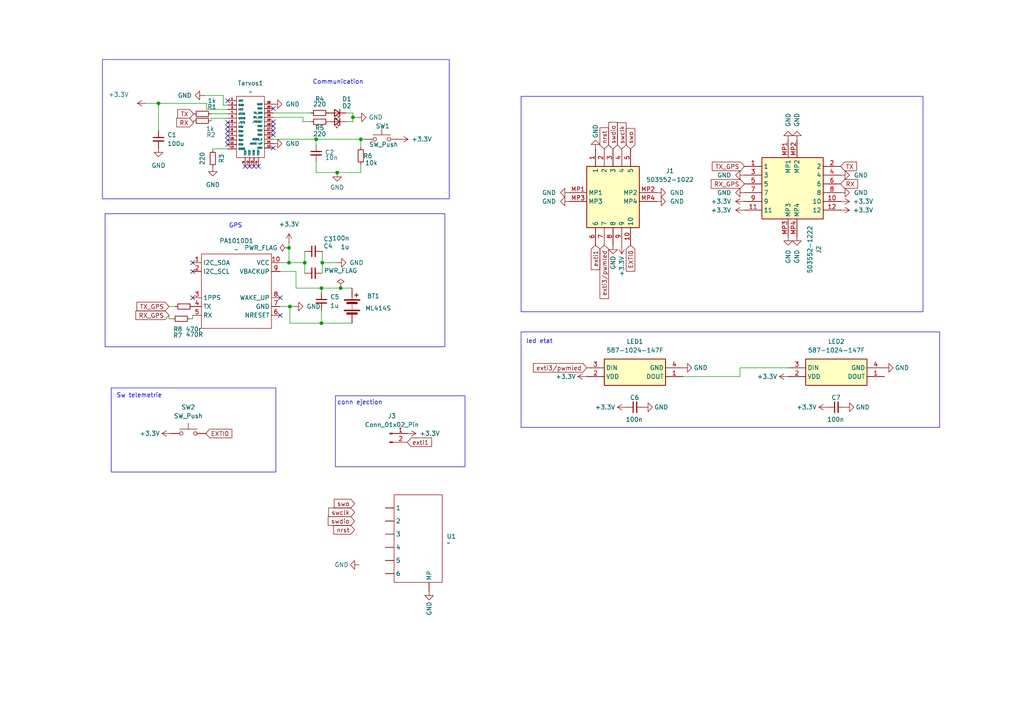
<source format=kicad_sch>
(kicad_sch (version 20231120) (generator "eeschema") (generator_version "8.0")
  (paper "A4")
  (lib_symbols
    (symbol "5035521022:503552-1022"
      (property "Reference" "J" (at 21.59 12.7 0))
      (property "Value" "503552-1022" (at 21.59 10.16 0))
      (symbol "503552-1022_1_1"
        (rectangle (start 5.08 7.62) (end 20.32 -10.16) (stroke (width 0.254)) (fill (type background)))
        (pin passive line (at 7.62 12.7 270) (length 5.08) (name "1") (number "1"))
        (pin passive line (at 17.78 -15.24 90) (length 5.08) (name "10") (number "10"))
        (pin passive line (at 10.16 12.7 270) (length 5.08) (name "2") (number "2"))
        (pin passive line (at 12.7 12.7 270) (length 5.08) (name "3") (number "3"))
        (pin passive line (at 15.24 12.7 270) (length 5.08) (name "4") (number "4"))
        (pin passive line (at 17.78 12.7 270) (length 5.08) (name "5") (number "5"))
        (pin passive line (at 7.62 -15.24 90) (length 5.08) (name "6") (number "6"))
        (pin passive line (at 10.16 -15.24 90) (length 5.08) (name "7") (number "7"))
        (pin passive line (at 12.7 -15.24 90) (length 5.08) (name "8") (number "8"))
        (pin passive line (at 15.24 -15.24 90) (length 5.08) (name "9") (number "9"))
        (pin passive line (at 0 0 0) (length 5.08) (name "MP1") (number "MP1"))
        (pin passive line (at 25.4 0 180) (length 5.08) (name "MP2") (number "MP2"))
        (pin passive line (at 0 -2.54 0) (length 5.08) (name "MP3") (number "MP3"))
        (pin passive line (at 25.4 -2.54 180) (length 5.08) (name "MP4") (number "MP4"))
      )
    )
    (symbol "5035521222:503552-1222"
      (property "Reference" "J" (at 24.13 12.7 0))
      (property "Value" "503552-1222" (at 24.13 10.16 0))
      (symbol "503552-1222_1_1"
        (rectangle (start 5.08 7.62) (end 22.86 -10.16) (stroke (width 0.254)) (fill (type background)))
        (pin passive line (at 7.62 -15.24 90) (length 5.08) (name "1") (number "1"))
        (pin passive line (at 17.78 12.7 270) (length 5.08) (name "10") (number "10"))
        (pin passive line (at 20.32 -15.24 90) (length 5.08) (name "11") (number "11"))
        (pin passive line (at 20.32 12.7 270) (length 5.08) (name "12") (number "12"))
        (pin passive line (at 7.62 12.7 270) (length 5.08) (name "2") (number "2"))
        (pin passive line (at 10.16 -15.24 90) (length 5.08) (name "3") (number "3"))
        (pin passive line (at 10.16 12.7 270) (length 5.08) (name "4") (number "4"))
        (pin passive line (at 12.7 -15.24 90) (length 5.08) (name "5") (number "5"))
        (pin passive line (at 12.7 12.7 270) (length 5.08) (name "6") (number "6"))
        (pin passive line (at 15.24 -15.24 90) (length 5.08) (name "7") (number "7"))
        (pin passive line (at 15.24 12.7 270) (length 5.08) (name "8") (number "8"))
        (pin passive line (at 17.78 -15.24 90) (length 5.08) (name "9") (number "9"))
        (pin passive line (at 0 -2.54 0) (length 5.08) (name "MP1") (number "MP1"))
        (pin passive line (at 0 0 0) (length 5.08) (name "MP2") (number "MP2"))
        (pin passive line (at 27.94 -2.54 180) (length 5.08) (name "MP3") (number "MP3"))
        (pin passive line (at 27.94 0 180) (length 5.08) (name "MP4") (number "MP4"))
      )
    )
    (symbol "Connector:Conn_01x02_Pin" (pin_names (offset 1.016) hide)
      (property "Reference" "J" (at 0 2.54 0))
      (property "Value" "Conn_01x02_Pin" (at 0 -5.08 0))
      (symbol "Conn_01x02_Pin_1_1"
        (polyline (pts (xy 1.27 -2.54) (xy 0.8636 -2.54)) (stroke (width 0.1524)))
        (polyline (pts (xy 1.27 0) (xy 0.8636 0)) (stroke (width 0.1524)))
        (rectangle (start 0.8636 -2.413) (end 0 -2.667) (stroke (width 0.1524)) (fill (type outline)))
        (rectangle (start 0.8636 0.127) (end 0 -0.127) (stroke (width 0.1524)) (fill (type outline)))
        (pin passive line (at 5.08 0 180) (length 3.81) (name "Pin_1") (number "1"))
        (pin passive line (at 5.08 -2.54 180) (length 3.81) (name "Pin_2") (number "2"))
      )
    )
    (symbol "Device:Battery" (pin_numbers hide) (pin_names (offset 0) hide)
      (property "Reference" "BT" (at 2.54 2.54 0))
      (property "Value" "Battery" (at 2.54 0 0))
      (symbol "Battery_0_1"
        (rectangle (start -2.286 -1.27) (end 2.286 -1.524) (fill (type outline)))
        (rectangle (start -2.286 1.778) (end 2.286 1.524) (fill (type outline)))
        (rectangle (start -1.524 -2.032) (end 1.524 -2.54) (fill (type outline)))
        (rectangle (start -1.524 1.016) (end 1.524 0.508) (fill (type outline)))
        (polyline (pts (xy 0 -1.016) (xy 0 -0.762)))
        (polyline (pts (xy 0 -0.508) (xy 0 -0.254)))
        (polyline (pts (xy 0 0) (xy 0 0.254)))
        (polyline (pts (xy 0 1.778) (xy 0 2.54)))
        (polyline (pts (xy 0.762 3.048) (xy 1.778 3.048)) (stroke (width 0.254)))
        (polyline (pts (xy 1.27 3.556) (xy 1.27 2.54)) (stroke (width 0.254)))
      )
      (symbol "Battery_1_1"
        (pin passive line (at 0 5.08 270) (length 2.54) (name "+") (number "1"))
        (pin passive line (at 0 -5.08 90) (length 2.54) (name "-") (number "2"))
      )
    )
    (symbol "Device:C_Small" (pin_numbers hide) (pin_names (offset 0.254) hide)
      (property "Reference" "C" (at 0.254 1.778 0))
      (property "Value" "C_Small" (at 0.254 -2.032 0))
      (symbol "C_Small_0_1"
        (polyline (pts (xy -1.524 -0.508) (xy 1.524 -0.508)) (stroke (width 0.3302)))
        (polyline (pts (xy -1.524 0.508) (xy 1.524 0.508)) (stroke (width 0.3048)))
      )
      (symbol "C_Small_1_1"
        (pin passive line (at 0 2.54 270) (length 2.032) (name "~") (number "1"))
        (pin passive line (at 0 -2.54 90) (length 2.032) (name "~") (number "2"))
      )
    )
    (symbol "Device:LED_Small" (pin_numbers hide) (pin_names (offset 0.254) hide)
      (property "Reference" "D" (at -1.27 3.175 0))
      (property "Value" "LED_Small" (at -4.445 -2.54 0))
      (symbol "LED_Small_0_1"
        (polyline (pts (xy -0.762 -1.016) (xy -0.762 1.016)) (stroke (width 0.254)))
        (polyline (pts (xy 1.016 0) (xy -0.762 0)))
        (polyline (pts (xy 0.762 -1.016) (xy -0.762 0) (xy 0.762 1.016) (xy 0.762 -1.016)) (stroke (width 0.254)))
        (polyline (pts (xy 0 0.762) (xy -0.508 1.27) (xy -0.254 1.27) (xy -0.508 1.27) (xy -0.508 1.016)))
        (polyline (pts (xy 0.508 1.27) (xy 0 1.778) (xy 0.254 1.778) (xy 0 1.778) (xy 0 1.524)))
      )
      (symbol "LED_Small_1_1"
        (pin passive line (at -2.54 0 0) (length 1.778) (name "K") (number "1"))
        (pin passive line (at 2.54 0 180) (length 1.778) (name "A") (number "2"))
      )
    )
    (symbol "Device:R_Small" (pin_numbers hide) (pin_names (offset 0.254) hide)
      (property "Reference" "R" (at 0.762 0.508 0))
      (property "Value" "R_Small" (at 0.762 -1.016 0))
      (symbol "R_Small_0_1"
        (rectangle (start -0.762 1.778) (end 0.762 -1.778) (stroke (width 0.2032)))
      )
      (symbol "R_Small_1_1"
        (pin passive line (at 0 2.54 270) (length 0.762) (name "~") (number "1"))
        (pin passive line (at 0 -2.54 90) (length 0.762) (name "~") (number "2"))
      )
    )
    (symbol "PA1010D:PA1010D"
      (property "Reference" "PA1010D" (at 0 3.048 0))
      (symbol "PA1010D_0_1"
        (rectangle (start -8.89 0) (end 11.43 -21.59))
      )
      (symbol "PA1010D_1_1"
        (pin input line (at -11.43 -2.54 0) (length 2.54) (name "I2C_SDA") (number "1"))
        (pin power_in line (at 13.97 -2.54 180) (length 2.54) (name "VCC") (number "10"))
        (pin input line (at -11.43 -5.08 0) (length 2.54) (name "I2C_SCL") (number "2"))
        (pin input line (at -11.43 -12.7 0) (length 2.54) (name "1PPS") (number "3"))
        (pin output line (at -11.43 -15.24 0) (length 2.54) (name "TX") (number "4"))
        (pin input line (at -11.43 -17.78 0) (length 2.54) (name "RX") (number "5"))
        (pin input line (at 13.97 -17.78 180) (length 2.54) (name "NRESET") (number "6"))
        (pin power_in line (at 13.97 -15.24 180) (length 2.54) (name "GND") (number "7"))
        (pin input line (at 13.97 -12.7 180) (length 2.54) (name "WAKE_UP") (number "8"))
        (pin power_in line (at 13.97 -5.08 180) (length 2.54) (name "VBACKUP") (number "9"))
      )
    )
    (symbol "Switch:SW_Push" (pin_numbers hide) (pin_names (offset 1.016) hide)
      (property "Reference" "SW" (at 1.27 2.54 0))
      (property "Value" "SW_Push" (at 0 -1.524 0))
      (symbol "SW_Push_0_1"
        (circle (center -2.032 0) (radius 0.508))
        (polyline (pts (xy 0 1.27) (xy 0 3.048)))
        (polyline (pts (xy 2.54 1.27) (xy -2.54 1.27)))
        (circle (center 2.032 0) (radius 0.508))
        (pin passive line (at -5.08 0 0) (length 2.54) (name "1") (number "1"))
        (pin passive line (at 5.08 0 180) (length 2.54) (name "2") (number "2"))
      )
    )
    (symbol "Tarvos III:Tarvos"
      (property "Reference" "Tarvos" (at 0 0 0))
      (symbol "Tarvos_0_1"
        (rectangle (start -3.81 -1.27) (end 4.318 -19.05))
      )
      (symbol "Tarvos_1_1"
        (pin input line (at -6.35 -2.54 0) (length 2.54) (name "ANT") (number "1"))
        (pin input line (at -6.35 -13.97 0) (length 2.54) (name "RSV") (number "10"))
        (pin input line (at -6.35 -15.24 0) (length 2.54) (name "RSV") (number "11"))
        (pin input line (at -6.35 -16.51 0) (length 2.54) (name "BOOT") (number "12"))
        (pin input line (at 6.858 -16.256 180) (length 2.54) (name "RSV") (number "13"))
        (pin input line (at 6.858 -14.986 180) (length 2.54) (name "WAKE-UP") (number "14"))
        (pin input line (at 6.858 -13.716 180) (length 2.54) (name "MODE_1") (number "15"))
        (pin input line (at 6.858 -12.446 180) (length 2.54) (name "RSV") (number "16"))
        (pin input line (at 6.858 -11.176 180) (length 2.54) (name "RSV") (number "17"))
        (pin input line (at 6.858 -9.906 180) (length 2.54) (name "RSV") (number "18"))
        (pin input line (at 6.858 -8.636 180) (length 2.54) (name "/RESET") (number "19"))
        (pin input line (at -6.35 -3.81 0) (length 2.54) (name "GND") (number "2"))
        (pin input line (at 6.858 -7.366 180) (length 2.54) (name "RX_IND") (number "20"))
        (pin input line (at 6.858 -6.096 180) (length 2.54) (name "TX_IND") (number "21"))
        (pin input line (at 6.858 -4.826 180) (length 2.54) (name "RSV") (number "22"))
        (pin input line (at 6.858 -3.556 180) (length 2.54) (name "GND") (number "23"))
        (pin input line (at -6.35 -5.08 0) (length 2.54) (name "VCC") (number "3"))
        (pin input line (at -6.35 -6.35 0) (length 2.54) (name "UTXD") (number "4"))
        (pin input line (at -6.35 -7.62 0) (length 2.54) (name "URXD") (number "5"))
        (pin input line (at -6.35 -8.89 0) (length 2.54) (name "/RTS") (number "6"))
        (pin input line (at -6.35 -10.16 0) (length 2.54) (name "RSV") (number "7"))
        (pin input line (at -6.35 -11.43 0) (length 2.54) (name "RSV") (number "8"))
        (pin input line (at -6.35 -12.7 0) (length 2.54) (name "RSV") (number "9"))
        (pin input line (at -1.27 -21.59 90) (length 2.54) (name "TEST") (number "i1"))
        (pin input line (at 0 -21.59 90) (length 2.54) (name "TEST") (number "i2"))
        (pin input line (at 1.27 -21.59 90) (length 2.54) (name "TEST") (number "i3"))
        (pin input line (at 2.54 -21.59 90) (length 2.54) (name "TEST") (number "i4"))
      )
    )
    (symbol "jst_sh_symboles:jst_sh_6pin"
      (property "Reference" "U" (at 0 0 0))
      (symbol "jst_sh_6pin_0_1"
        (rectangle (start -8.89 13.97) (end 5.08 -11.43))
      )
      (symbol "jst_sh_6pin_1_1"
        (pin bidirectional line (at -11.43 10.16 0) (length 2.54) (name "1") (number ""))
        (pin bidirectional line (at -11.43 6.35 0) (length 2.54) (name "2") (number ""))
        (pin bidirectional line (at -11.43 2.54 0) (length 2.54) (name "3") (number ""))
        (pin bidirectional line (at -11.43 -1.27 0) (length 2.54) (name "4") (number ""))
        (pin bidirectional line (at -11.43 -5.08 0) (length 2.54) (name "5") (number ""))
        (pin bidirectional line (at -11.43 -8.89 0) (length 2.54) (name "6") (number ""))
        (pin bidirectional line (at 1.27 -13.97 90) (length 2.54) (name "MP") (number ""))
      )
    )
    (symbol "led adressable:587-1024-147F"
      (property "Reference" "LED" (at 24.13 7.62 0))
      (property "Value" "587-1024-147F" (at 24.13 5.08 0))
      (symbol "587-1024-147F_1_1"
        (rectangle (start 5.08 2.54) (end 22.86 -5.08) (stroke (width 0.254)) (fill (type background)))
        (pin passive line (at 27.94 -2.54 180) (length 5.08) (name "DOUT") (number "1"))
        (pin passive line (at 0 -2.54 0) (length 5.08) (name "VDD") (number "2"))
        (pin passive line (at 0 0 0) (length 5.08) (name "DIN") (number "3"))
        (pin passive line (at 27.94 0 180) (length 5.08) (name "GND") (number "4"))
      )
    )
    (symbol "power:+3.3V" (power) (pin_numbers hide) (pin_names (offset 0) hide)
      (property "Value" "+3.3V" (at 0 3.556 0))
      (symbol "+3.3V_0_1"
        (polyline (pts (xy -0.762 1.27) (xy 0 2.54)))
        (polyline (pts (xy 0 0) (xy 0 2.54)))
        (polyline (pts (xy 0 2.54) (xy 0.762 1.27)))
      )
      (symbol "+3.3V_1_1"
        (pin power_in line (at 0 0 90) (length 0) (name "~") (number "1"))
      )
    )
    (symbol "power:GND" (power) (pin_numbers hide) (pin_names (offset 0) hide)
      (property "Value" "GND" (at 0 -3.81 0))
      (symbol "GND_0_1"
        (polyline (pts (xy 0 0) (xy 0 -1.27) (xy 1.27 -1.27) (xy 0 -2.54) (xy -1.27 -1.27) (xy 0 -1.27)))
      )
      (symbol "GND_1_1"
        (pin power_in line (at 0 0 270) (length 0) (name "~") (number "1"))
      )
    )
    (symbol "power:PWR_FLAG" (power) (pin_numbers hide) (pin_names (offset 0) hide)
      (property "Value" "PWR_FLAG" (at 0 3.81 0))
      (symbol "PWR_FLAG_0_0"
        (pin power_out line (at 0 0 90) (length 0) (name "~") (number "1"))
      )
      (symbol "PWR_FLAG_0_1"
        (polyline (pts (xy 0 0) (xy 0 1.27) (xy -1.016 1.905) (xy 0 2.54) (xy 1.016 1.905) (xy 0 1.27)))
      )
    )
  )
  (junction (at 88.392 76.2))
  (junction (at 97.79 50.038))
  (junction (at 45.974 29.972))
  (junction (at 83.82 71.882))
  (junction (at 84.074 88.9))
  (junction (at 102.362 34.036))
  (junction (at 93.218 93.726))
  (junction (at 83.82 76.2))
  (junction (at 98.806 83.566))
  (junction (at 104.648 40.386))
  (junction (at 93.218 83.566))
  (junction (at 91.694 40.386))
  (junction (at 93.472 76.2))
  (no_connect (at 66.04 29.21))
  (no_connect (at 79.248 31.496))
  (no_connect (at 66.04 39.37))
  (no_connect (at 66.04 40.64))
  (no_connect (at 55.88 86.36))
  (no_connect (at 55.88 78.74))
  (no_connect (at 55.88 76.2))
  (no_connect (at 73.66 48.26))
  (no_connect (at 79.248 36.576))
  (no_connect (at 81.28 91.44))
  (no_connect (at 66.04 36.83))
  (no_connect (at 72.39 48.26))
  (no_connect (at 79.248 42.926))
  (no_connect (at 71.12 48.26))
  (no_connect (at 79.248 37.846))
  (no_connect (at 79.248 35.306))
  (no_connect (at 66.04 38.1))
  (no_connect (at 81.28 86.36))
  (no_connect (at 66.04 35.56))
  (no_connect (at 74.93 48.26))
  (no_connect (at 79.248 39.116))
  (no_connect (at 66.04 41.91))
  (wire (pts (xy 84.074 88.9) (xy 81.28 88.9)))
  (wire (pts (xy 85.344 88.9) (xy 84.074 88.9)))
  (wire (pts (xy 45.974 29.972) (xy 45.974 37.846)))
  (wire (pts (xy 88.392 72.898) (xy 88.392 76.2)))
  (wire (pts (xy 84.074 93.726) (xy 93.218 93.726)))
  (wire (pts (xy 93.472 72.898) (xy 93.472 76.2)))
  (wire (pts (xy 91.694 50.038) (xy 97.79 50.038)))
  (wire (pts (xy 104.648 40.386) (xy 104.648 42.672)))
  (wire (pts (xy 198.12 109.22) (xy 214.63 109.22)))
  (wire (pts (xy 61.722 43.18) (xy 61.722 43.434)))
  (wire (pts (xy 100.33 32.766) (xy 102.362 32.766)))
  (wire (pts (xy 59.944 29.972) (xy 59.944 31.75)))
  (wire (pts (xy 81.28 78.74) (xy 85.852 78.74)))
  (wire (pts (xy 103.632 34.036) (xy 102.362 34.036)))
  (wire (pts (xy 93.218 93.726) (xy 93.218 89.916)))
  (wire (pts (xy 93.218 83.566) (xy 98.806 83.566)))
  (wire (pts (xy 49.022 92.456) (xy 49.022 91.44)))
  (wire (pts (xy 64.77 27.686) (xy 64.77 30.48)))
  (wire (pts (xy 59.182 27.686) (xy 64.77 27.686)))
  (wire (pts (xy 102.362 32.766) (xy 102.362 34.036)))
  (wire (pts (xy 87.884 35.306) (xy 87.884 34.036)))
  (wire (pts (xy 64.77 30.48) (xy 66.04 30.48)))
  (wire (pts (xy 93.472 76.2) (xy 93.472 79.248)))
  (wire (pts (xy 97.79 50.038) (xy 104.648 50.038)))
  (wire (pts (xy 81.28 76.2) (xy 83.82 76.2)))
  (wire (pts (xy 91.694 40.386) (xy 104.648 40.386)))
  (wire (pts (xy 66.04 43.18) (xy 61.722 43.18)))
  (wire (pts (xy 104.648 50.038) (xy 104.648 47.752)))
  (wire (pts (xy 98.806 83.566) (xy 102.108 83.566)))
  (wire (pts (xy 88.392 76.2) (xy 88.392 79.248)))
  (wire (pts (xy 90.17 32.766) (xy 79.248 32.766)))
  (wire (pts (xy 85.852 78.74) (xy 85.852 83.566)))
  (wire (pts (xy 84.074 88.9) (xy 84.074 93.726)))
  (wire (pts (xy 83.82 70.358) (xy 83.82 71.882)))
  (wire (pts (xy 56.134 35.56) (xy 56.134 35.052)))
  (wire (pts (xy 50.038 92.456) (xy 49.022 92.456)))
  (wire (pts (xy 214.63 106.68) (xy 228.6 106.68)))
  (wire (pts (xy 85.852 83.566) (xy 93.218 83.566)))
  (wire (pts (xy 102.362 34.036) (xy 102.362 35.306)))
  (wire (pts (xy 55.88 92.456) (xy 55.88 91.44)))
  (wire (pts (xy 45.974 29.972) (xy 59.944 29.972)))
  (wire (pts (xy 91.694 40.386) (xy 91.694 41.91)))
  (wire (pts (xy 104.648 40.386) (xy 105.664 40.386)))
  (wire (pts (xy 100.33 35.306) (xy 102.362 35.306)))
  (wire (pts (xy 90.17 35.306) (xy 87.884 35.306)))
  (wire (pts (xy 214.63 109.22) (xy 214.63 106.68)))
  (wire (pts (xy 55.118 92.456) (xy 55.88 92.456)))
  (wire (pts (xy 49.022 88.9) (xy 50.8 88.9)))
  (wire (pts (xy 93.218 83.566) (xy 93.218 84.836)))
  (wire (pts (xy 42.418 29.972) (xy 45.974 29.972)))
  (wire (pts (xy 93.472 76.2) (xy 97.79 76.2)))
  (wire (pts (xy 61.214 34.29) (xy 61.214 35.052)))
  (wire (pts (xy 91.694 46.99) (xy 91.694 50.038)))
  (wire (pts (xy 83.82 76.2) (xy 88.392 76.2)))
  (wire (pts (xy 93.218 93.726) (xy 102.108 93.726)))
  (wire (pts (xy 83.82 71.882) (xy 83.82 76.2)))
  (wire (pts (xy 61.214 33.02) (xy 66.04 33.02)))
  (wire (pts (xy 59.944 31.75) (xy 66.04 31.75)))
  (wire (pts (xy 66.04 34.29) (xy 61.214 34.29)))
  (wire (pts (xy 79.248 40.386) (xy 91.694 40.386)))
  (wire (pts (xy 87.884 34.036) (xy 79.248 34.036)))
  (rectangle (start 151.13 27.94) (end 267.716 90.424))
  (rectangle (start 32.258 112.522) (end 80.01 136.906))
  (rectangle (start 97.282 114.808) (end 134.874 135.382))
  (rectangle (start 29.718 17.272) (end 130.302 57.658))
  (rectangle (start 151.13 96.266) (end 272.542 123.952))
  (rectangle (start 129.54 55.88) (end 129.54 55.88))
  (rectangle (start 30.48 61.976) (end 129.032 100.584))
  (text "conn ejection" (at 104.394 116.84 0) (effects (font (size 1.27 1.27))))
  (text "Sw telemetrie" (at 40.386 114.808 0) (effects (font (size 1.27 1.27))))
  (text "GPS\n" (at 68.326 65.532 0) (effects (font (size 1.27 1.27))))
  (text "led etat" (at 156.464 99.06 0) (effects (font (size 1.27 1.27))))
  (text "Communication" (at 98.044 23.876 0) (effects (font (size 1.27 1.27))))
  (global_label "EXTI0" (shape input) (at 182.88 71.12 270) (property "Intersheetrefs" "${INTERSHEET_REFS}" (effects (hide yes))))
  (global_label "exti3{slash}pwmled" (shape input) (at 170.18 106.68 180) (property "Intersheetrefs" "${INTERSHEET_REFS}" (effects (hide yes))))
  (global_label "exti1" (shape input) (at 172.72 71.12 270) (property "Intersheetrefs" "${INTERSHEET_REFS}" (effects (hide yes))))
  (global_label "nrst" (shape input) (at 175.26 43.18 90) (property "Intersheetrefs" "${INTERSHEET_REFS}" (effects (hide yes))))
  (global_label "RX" (shape input) (at 243.84 53.34 0) (property "Intersheetrefs" "${INTERSHEET_REFS}" (effects (hide yes))))
  (global_label "TX_GPS" (shape input) (at 215.9 48.26 180) (property "Intersheetrefs" "${INTERSHEET_REFS}" (effects (hide yes))))
  (global_label "swo" (shape input) (at 182.88 43.18 90) (property "Intersheetrefs" "${INTERSHEET_REFS}" (effects (hide yes))))
  (global_label "exti3{slash}pwmled" (shape input) (at 175.26 71.12 270) (property "Intersheetrefs" "${INTERSHEET_REFS}" (effects (hide yes))))
  (global_label "TX_GPS" (shape input) (at 49.022 88.9 180) (property "Intersheetrefs" "${INTERSHEET_REFS}" (effects (hide yes))))
  (global_label "swclk" (shape input) (at 102.87 148.59 180) (property "Intersheetrefs" "${INTERSHEET_REFS}" (effects (hide yes))))
  (global_label "RX_GPS" (shape input) (at 215.9 53.34 180) (property "Intersheetrefs" "${INTERSHEET_REFS}" (effects (hide yes))))
  (global_label "swclk" (shape input) (at 180.34 43.18 90) (property "Intersheetrefs" "${INTERSHEET_REFS}" (effects (hide yes))))
  (global_label "swdio" (shape input) (at 177.8 43.18 90) (property "Intersheetrefs" "${INTERSHEET_REFS}" (effects (hide yes))))
  (global_label "TX" (shape input) (at 56.134 33.02 180) (property "Intersheetrefs" "${INTERSHEET_REFS}" (effects (hide yes))))
  (global_label "RX" (shape input) (at 56.134 35.56 180) (property "Intersheetrefs" "${INTERSHEET_REFS}" (effects (hide yes))))
  (global_label "nrst" (shape input) (at 102.87 153.67 180) (property "Intersheetrefs" "${INTERSHEET_REFS}" (effects (hide yes))))
  (global_label "swdio" (shape input) (at 102.87 151.13 180) (property "Intersheetrefs" "${INTERSHEET_REFS}" (effects (hide yes))))
  (global_label "TX" (shape input) (at 243.84 48.26 0) (property "Intersheetrefs" "${INTERSHEET_REFS}" (effects (hide yes))))
  (global_label "exti1" (shape input) (at 118.11 128.27 0) (property "Intersheetrefs" "${INTERSHEET_REFS}" (effects (hide yes))))
  (global_label "swo" (shape input) (at 102.87 146.05 180) (property "Intersheetrefs" "${INTERSHEET_REFS}" (effects (hide yes))))
  (global_label "EXTI0" (shape input) (at 59.69 125.73 0) (property "Intersheetrefs" "${INTERSHEET_REFS}" (effects (hide yes))))
  (global_label "RX_GPS" (shape input) (at 49.022 91.44 180) (property "Intersheetrefs" "${INTERSHEET_REFS}" (effects (hide yes))))
  (symbol (lib_id "Device:LED_Small") (at 97.79 32.766 180) (unit 1)
    (property "Reference" "D1" (at 100.584 28.702 0))
    (property "Value" "LED_Small" (effects (hide yes)))
    (property "Footprint" "LED_SMD:LED_0603_1608Metric" (effects (hide yes)))
    (property "Description" "Light emitting diode, small symbol" (effects (hide yes)))
  )
  (symbol (lib_id "Tarvos III:Tarvos") (at 72.39 26.67 0) (unit 1)
    (property "Reference" "Tarvos1" (at 72.644 24.13 0))
    (property "Value" "~" (at 72.644 26.67 0))
    (property "Footprint" "tarvosiii:Tarvos III" (effects (hide yes)))
  )
  (symbol (lib_id "power:GND") (at 97.79 50.038 0) (unit 1)
    (property "Reference" "#PWR07" (effects (hide yes)))
    (property "Value" "GND" (at 97.79 54.356 0))
    (property "Description" "Power symbol creates a global label with name \"GND\" , ground" (effects (hide yes)))
  )
  (symbol (lib_id "Device:R_Small") (at 58.674 35.052 90) (unit 1)
    (property "Reference" "R2" (at 61.214 39.116 90))
    (property "Value" "1k" (at 60.96 37.338 90))
    (property "Footprint" "Resistor_SMD:R_0402_1005Metric" (effects (hide yes)))
    (property "Description" "Resistor, small symbol" (effects (hide yes)))
  )
  (symbol (lib_id "power:+3.3V") (at 243.84 58.42 270) (unit 1)
    (property "Reference" "#PWR027" (effects (hide yes)))
    (property "Value" "+3.3V" (at 247.396 58.4199 90) (effects (justify left)))
    (property "Description" "Power symbol creates a global label with name \"+3.3V\"" (effects (hide yes)))
  )
  (symbol (lib_id "Device:R_Small") (at 58.674 33.02 90) (unit 1)
    (property "Reference" "R1" (at 61.468 30.988 90))
    (property "Value" "1k" (at 61.468 29.21 90))
    (property "Footprint" "Resistor_SMD:R_0402_1005Metric" (effects (hide yes)))
    (property "Description" "Resistor, small symbol" (effects (hide yes)))
  )
  (symbol (lib_id "power:GND") (at 177.8 71.12 0) (unit 1)
    (property "Reference" "#PWR031" (effects (hide yes)))
    (property "Value" "GND" (at 177.8 76.2 90))
    (property "Description" "Power symbol creates a global label with name \"GND\" , ground" (effects (hide yes)))
  )
  (symbol (lib_id "Switch:SW_Push") (at 54.61 125.73 0) (unit 1)
    (property "Reference" "SW2" (at 54.61 118.11 0))
    (property "Value" "SW_Push" (at 54.61 120.65 0))
    (property "Description" "Push button switch, generic, two pins" (effects (hide yes)))
  )
  (symbol (lib_id "Device:LED_Small") (at 97.79 35.306 180) (unit 1)
    (property "Reference" "D2" (at 100.584 30.734 0))
    (property "Value" "LED_Small" (effects (hide yes)))
    (property "Footprint" "LED_SMD:LED_0603_1608Metric" (effects (hide yes)))
    (property "Description" "Light emitting diode, small symbol" (effects (hide yes)))
  )
  (symbol (lib_id "Device:C_Small") (at 184.15 118.11 90) (unit 1)
    (property "Reference" "C6" (at 185.42 115.316 90) (effects (justify left)))
    (property "Value" "100n" (at 186.436 121.666 90) (effects (justify left)))
    (property "Footprint" "Capacitor_SMD:C_0402_1005Metric" (effects (hide yes)))
    (property "Description" "Unpolarized capacitor, small symbol" (effects (hide yes)))
  )
  (symbol (lib_id "Device:R_Small") (at 104.648 45.212 180) (unit 1)
    (property "Reference" "R6" (at 106.68 45.212 0))
    (property "Value" "10k" (at 107.696 47.244 0))
    (property "Footprint" "Resistor_SMD:R_0402_1005Metric" (effects (hide yes)))
    (property "Description" "Resistor, small symbol" (effects (hide yes)))
  )
  (symbol (lib_id "power:GND") (at 190.5 58.42 90) (unit 1)
    (property "Reference" "#PWR016" (effects (hide yes)))
    (property "Value" "GND" (at 194.31 58.4199 90) (effects (justify right)))
    (property "Description" "Power symbol creates a global label with name \"GND\" , ground" (effects (hide yes)))
  )
  (symbol (lib_id "Device:R_Small") (at 92.71 35.306 90) (unit 1)
    (property "Reference" "R5" (at 92.71 37.084 90))
    (property "Value" "220" (at 92.71 38.862 90))
    (property "Footprint" "Resistor_SMD:R_0402_1005Metric" (effects (hide yes)))
    (property "Description" "Resistor, small symbol" (effects (hide yes)))
  )
  (symbol (lib_id "power:GND") (at 172.72 43.18 180) (unit 1)
    (property "Reference" "#PWR029" (effects (hide yes)))
    (property "Value" "GND" (at 172.72 38.1 90))
    (property "Description" "Power symbol creates a global label with name \"GND\" , ground" (effects (hide yes)))
  )
  (symbol (lib_id "power:+3.3V") (at 118.11 125.73 270) (unit 1)
    (property "Reference" "#PWR040" (effects (hide yes)))
    (property "Value" "+3.3V" (at 121.666 125.7299 90) (effects (justify left)))
    (property "Description" "Power symbol creates a global label with name \"+3.3V\"" (effects (hide yes)))
  )
  (symbol (lib_id "Switch:SW_Push") (at 110.744 40.386 0) (unit 1)
    (property "Reference" "SW1" (at 110.998 36.576 0))
    (property "Value" "SW_Push" (at 111.252 41.91 0))
    (property "Footprint" "Connector_PinHeader_1.00mm:PinHeader_1x02_P1.00mm_Horizontal" (effects (hide yes)))
    (property "Description" "Push button switch, generic, two pins" (effects (hide yes)))
  )
  (symbol (lib_id "Device:C_Small") (at 242.57 118.11 90) (unit 1)
    (property "Reference" "C7" (at 243.84 115.316 90) (effects (justify left)))
    (property "Value" "100n" (at 244.856 121.666 90) (effects (justify left)))
    (property "Footprint" "Capacitor_SMD:C_0402_1005Metric" (effects (hide yes)))
    (property "Description" "Unpolarized capacitor, small symbol" (effects (hide yes)))
  )
  (symbol (lib_id "power:+3.3V") (at 83.82 70.358 0) (unit 1)
    (property "Reference" "#PWR010" (effects (hide yes)))
    (property "Value" "+3.3V" (at 83.82 65.024 0))
    (property "Description" "Power symbol creates a global label with name \"+3.3V\"" (effects (hide yes)))
  )
  (symbol (lib_id "Device:Battery") (at 102.108 88.646 0) (unit 1)
    (property "Reference" "BT1" (at 106.426 85.852 0) (effects (justify left)))
    (property "Value" "ML414S" (at 105.918 89.408 0) (effects (justify left)))
    (property "Footprint" "ms414:MS421R-IV03E" (effects (hide yes)))
    (property "Description" "Multiple-cell battery" (effects (hide yes)))
  )
  (symbol (lib_id "power:GND") (at 190.5 55.88 90) (unit 1)
    (property "Reference" "#PWR015" (effects (hide yes)))
    (property "Value" "GND" (at 194.31 55.8799 90) (effects (justify right)))
    (property "Description" "Power symbol creates a global label with name \"GND\" , ground" (effects (hide yes)))
  )
  (symbol (lib_id "Connector:Conn_01x02_Pin") (at 113.03 125.73 0) (unit 1)
    (property "Reference" "J3" (at 113.665 120.65 0))
    (property "Value" "Conn_01x02_Pin" (at 113.665 123.19 0))
    (property "Description" "Generic connector, single row, 01x02, script generated" (effects (hide yes)))
  )
  (symbol (lib_id "5035521022:503552-1022") (at 165.1 55.88 0) (unit 1)
    (property "Reference" "J1" (at 194.31 49.5614 0))
    (property "Value" "503552-1022" (at 194.31 52.1014 0))
    (property "Footprint" "5035521022:5035521022" (effects (hide yes)))
    (property "Datasheet" "https://www.molex.com/pdm_docs/sd/5035521222_sd.pdf" (effects (hide yes)))
    (property "Description" "Board to Board & Mezzanine Connectors SLIMSTACK .4MM PITCH HRF PLUG 10CKT" (effects (hide yes)))
    (property "Height" "0.58" (effects (hide yes)))
    (property "Manufacturer_Name" "Molex" (effects (hide yes)))
    (property "Manufacturer_Part_Number" "503552-1022" (effects (hide yes)))
    (property "Mouser Part Number" "538-503552-1022" (effects (hide yes)))
    (property "Mouser Price/Stock" "https://www.mouser.co.uk/ProductDetail/Molex/503552-1022?qs=byeeYqUIh0NcrMupNdbabQ%3D%3D" (effects (hide yes)))
  )
  (symbol (lib_id "power:GND") (at 165.1 58.42 270) (unit 1)
    (property "Reference" "#PWR014" (effects (hide yes)))
    (property "Value" "GND" (at 161.29 58.4199 90) (effects (justify right)))
    (property "Description" "Power symbol creates a global label with name \"GND\" , ground" (effects (hide yes)))
  )
  (symbol (lib_id "Device:C_Small") (at 93.218 87.376 0) (unit 1)
    (property "Reference" "C5" (at 95.758 86.1122 0) (effects (justify left)))
    (property "Value" "1u" (at 95.758 88.6522 0) (effects (justify left)))
    (property "Footprint" "Capacitor_SMD:C_0402_1005Metric_Pad0.74x0.62mm_HandSolder" (effects (hide yes)))
    (property "Description" "Unpolarized capacitor, small symbol" (effects (hide yes)))
  )
  (symbol (lib_id "power:+3.3V") (at 115.824 40.386 270) (unit 1)
    (property "Reference" "#PWR09" (effects (hide yes)))
    (property "Value" "+3.3V" (at 119.38 40.3859 90) (effects (justify left)))
    (property "Description" "Power symbol creates a global label with name \"+3.3V\"" (effects (hide yes)))
  )
  (symbol (lib_id "power:+3.3V") (at 243.84 60.96 270) (unit 1)
    (property "Reference" "#PWR028" (effects (hide yes)))
    (property "Value" "+3.3V" (at 247.396 60.9599 90) (effects (justify left)))
    (property "Description" "Power symbol creates a global label with name \"+3.3V\"" (effects (hide yes)))
  )
  (symbol (lib_id "power:GND") (at 215.9 50.8 270) (unit 1)
    (property "Reference" "#PWR023" (effects (hide yes)))
    (property "Value" "GND" (at 212.09 50.7999 90) (effects (justify right)))
    (property "Description" "Power symbol creates a global label with name \"GND\" , ground" (effects (hide yes)))
  )
  (symbol (lib_id "Device:R_Small") (at 61.722 45.974 180) (unit 1)
    (property "Reference" "R3" (at 64.262 45.974 90))
    (property "Value" "220" (at 58.674 45.974 90))
    (property "Footprint" "Resistor_SMD:R_0402_1005Metric" (effects (hide yes)))
    (property "Description" "Resistor, small symbol" (effects (hide yes)))
  )
  (symbol (lib_id "Device:R_Small") (at 52.578 92.456 90) (unit 1)
    (property "Reference" "R7" (at 51.562 97.282 90))
    (property "Value" "470R" (at 56.388 97.028 90))
    (property "Footprint" "Resistor_SMD:R_0402_1005Metric" (effects (hide yes)))
    (property "Description" "Resistor, small symbol" (effects (hide yes)))
  )
  (symbol (lib_id "Device:R_Small") (at 53.34 88.9 90) (unit 1)
    (property "Reference" "R8" (at 51.562 95.504 90))
    (property "Value" "470r" (at 56.134 95.504 90))
    (property "Footprint" "Resistor_SMD:R_0402_1005Metric" (effects (hide yes)))
    (property "Description" "Resistor, small symbol" (effects (hide yes)))
  )
  (symbol (lib_id "PA1010D:PA1010D") (at 67.31 73.66 0) (unit 1)
    (property "Reference" "PA1010D1" (at 68.58 69.85 0))
    (property "Value" "~" (at 68.58 72.39 0))
    (property "Footprint" "pa1010d:PA1010D" (effects (hide yes)))
  )
  (symbol (lib_id "Device:C_Small") (at 45.974 40.386 0) (unit 1)
    (property "Reference" "C1" (at 48.514 39.1222 0) (effects (justify left)))
    (property "Value" "100u" (at 48.514 41.6622 0) (effects (justify left)))
    (property "Footprint" "Capacitor_SMD:C_0805_2012Metric_Pad1.18x1.45mm_HandSolder" (effects (hide yes)))
    (property "Description" "Unpolarized capacitor, small symbol" (effects (hide yes)))
  )
  (symbol (lib_id "power:GND") (at 165.1 55.88 270) (unit 1)
    (property "Reference" "#PWR013" (effects (hide yes)))
    (property "Value" "GND" (at 161.29 55.8799 90) (effects (justify right)))
    (property "Description" "Power symbol creates a global label with name \"GND\" , ground" (effects (hide yes)))
  )
  (symbol (lib_id "power:GND") (at 104.14 163.83 270) (unit 1)
    (property "Reference" "#PWR043" (effects (hide yes)))
    (property "Value" "GND" (at 99.06 163.83 90))
    (property "Description" "Power symbol creates a global label with name \"GND\" , ground" (effects (hide yes)))
  )
  (symbol (lib_id "power:GND") (at 85.344 88.9 90) (unit 1)
    (property "Reference" "#PWR011" (effects (hide yes)))
    (property "Value" "GND" (at 88.9 88.8999 90) (effects (justify right)))
    (property "Description" "Power symbol creates a global label with name \"GND\" , ground" (effects (hide yes)))
  )
  (symbol (lib_id "power:GND") (at 186.69 118.11 90) (unit 1)
    (property "Reference" "#PWR035" (effects (hide yes)))
    (property "Value" "GND" (at 191.77 118.11 90))
    (property "Description" "Power symbol creates a global label with name \"GND\" , ground" (effects (hide yes)))
  )
  (symbol (lib_id "Device:C_Small") (at 91.694 44.45 0) (unit 1)
    (property "Reference" "C2" (at 94.234 44.196 0) (effects (justify left)))
    (property "Value" "10n" (at 94.234 45.7262 0) (effects (justify left)))
    (property "Footprint" "Capacitor_SMD:C_0402_1005Metric" (effects (hide yes)))
    (property "Description" "Unpolarized capacitor, small symbol" (effects (hide yes)))
  )
  (symbol (lib_id "power:GND") (at 231.14 68.58 0) (unit 1)
    (property "Reference" "#PWR017" (effects (hide yes)))
    (property "Value" "GND" (at 231.1401 72.39 90) (effects (justify right)))
    (property "Description" "Power symbol creates a global label with name \"GND\" , ground" (effects (hide yes)))
  )
  (symbol (lib_id "Device:C_Small") (at 90.932 79.248 90) (unit 1)
    (property "Reference" "C4" (at 96.52 71.374 90) (effects (justify left)))
    (property "Value" "1u" (at 101.346 71.628 90) (effects (justify left)))
    (property "Footprint" "Capacitor_SMD:C_0402_1005Metric" (effects (hide yes)))
    (property "Description" "Unpolarized capacitor, small symbol" (effects (hide yes)))
  )
  (symbol (lib_id "power:GND") (at 215.9 55.88 270) (unit 1)
    (property "Reference" "#PWR024" (effects (hide yes)))
    (property "Value" "GND" (at 212.09 55.8799 90) (effects (justify right)))
    (property "Description" "Power symbol creates a global label with name \"GND\" , ground" (effects (hide yes)))
  )
  (symbol (lib_id "Device:R_Small") (at 92.71 32.766 90) (unit 1)
    (property "Reference" "R4" (at 92.71 28.702 90))
    (property "Value" "220" (at 92.71 30.226 90))
    (property "Footprint" "Resistor_SMD:R_0402_1005Metric" (effects (hide yes)))
    (property "Description" "Resistor, small symbol" (effects (hide yes)))
  )
  (symbol (lib_id "power:GND") (at 45.974 42.926 0) (unit 1)
    (property "Reference" "#PWR02" (effects (hide yes)))
    (property "Value" "GND" (at 45.974 48.006 0))
    (property "Description" "Power symbol creates a global label with name \"GND\" , ground" (effects (hide yes)))
  )
  (symbol (lib_id "power:+3.3V") (at 42.418 29.972 90) (unit 1)
    (property "Reference" "#PWR01" (effects (hide yes)))
    (property "Value" "+3.3V" (at 37.338 27.432 90) (effects (justify left)))
    (property "Description" "Power symbol creates a global label with name \"+3.3V\"" (effects (hide yes)))
  )
  (symbol (lib_id "power:PWR_FLAG") (at 83.82 71.882 90) (unit 1)
    (property "Reference" "#FLG01" (effects (hide yes)))
    (property "Value" "PWR_FLAG" (at 80.518 71.8819 90) (effects (justify left)))
    (property "Description" "Special symbol for telling ERC where power comes from" (effects (hide yes)))
  )
  (symbol (lib_id "power:GND") (at 59.182 27.686 270) (unit 1)
    (property "Reference" "#PWR03" (effects (hide yes)))
    (property "Value" "GND" (at 55.626 27.6859 90) (effects (justify right)))
    (property "Description" "Power symbol creates a global label with name \"GND\" , ground" (effects (hide yes)))
  )
  (symbol (lib_id "5035521222:503552-1222") (at 231.14 40.64 270) (unit 1)
    (property "Reference" "J2" (at 237.4586 72.39 0))
    (property "Value" "503552-1222" (at 234.9186 72.39 0))
    (property "Footprint" "5035521222:5035521222" (effects (hide yes)))
    (property "Datasheet" "https://www.molex.com/pdm_docs/sd/5035521222_sd.pdf" (effects (hide yes)))
    (property "Description" "Board to Board & Mezzanine Connectors SLIMSTACK .4MM PITCH HRF PLUG 12CKT" (effects (hide yes)))
    (property "Height" "0.58" (effects (hide yes)))
    (property "Manufacturer_Name" "Molex" (effects (hide yes)))
    (property "Manufacturer_Part_Number" "503552-1222" (effects (hide yes)))
    (property "Mouser Part Number" "538-503552-1222" (effects (hide yes)))
    (property "Mouser Price/Stock" "https://www.mouser.co.uk/ProductDetail/Molex/503552-1222?qs=byeeYqUIh0N2eCUuxIGNxA%3D%3D" (effects (hide yes)))
    (property "Arrow Part Number" "503552-1222" (effects (hide yes)))
    (property "Arrow Price/Stock" "https://www.arrow.com/en/products/5035521222/molex?region=nac" (effects (hide yes)))
  )
  (symbol (lib_id "power:GND") (at 231.14 40.64 180) (unit 1)
    (property "Reference" "#PWR019" (effects (hide yes)))
    (property "Value" "GND" (at 231.1401 36.83 90) (effects (justify right)))
    (property "Description" "Power symbol creates a global label with name \"GND\" , ground" (effects (hide yes)))
  )
  (symbol (lib_id "power:GND") (at 97.79 76.2 90) (unit 1)
    (property "Reference" "#PWR012" (effects (hide yes)))
    (property "Value" "GND" (at 101.346 76.1999 90) (effects (justify right)))
    (property "Description" "Power symbol creates a global label with name \"GND\" , ground" (effects (hide yes)))
  )
  (symbol (lib_id "power:GND") (at 243.84 50.8 90) (unit 1)
    (property "Reference" "#PWR021" (effects (hide yes)))
    (property "Value" "GND" (at 247.65 50.7999 90) (effects (justify right)))
    (property "Description" "Power symbol creates a global label with name \"GND\" , ground" (effects (hide yes)))
  )
  (symbol (lib_id "power:GND") (at 228.6 40.64 180) (unit 1)
    (property "Reference" "#PWR020" (effects (hide yes)))
    (property "Value" "GND" (at 228.6001 36.83 90) (effects (justify right)))
    (property "Description" "Power symbol creates a global label with name \"GND\" , ground" (effects (hide yes)))
  )
  (symbol (lib_id "jst_sh_symboles:jst_sh_6pin") (at 123.19 157.48 0) (unit 1)
    (property "Reference" "U1" (at 129.54 155.5749 0) (effects (justify left)))
    (property "Value" "~" (at 129.54 157.48 0) (effects (justify left)))
  )
  (symbol (lib_id "power:+3.3V") (at 170.18 109.22 90) (unit 1)
    (property "Reference" "#PWR032" (effects (hide yes)))
    (property "Value" "+3.3V" (at 164.084 109.22 90))
    (property "Description" "Power symbol creates a global label with name \"+3.3V\"" (effects (hide yes)))
  )
  (symbol (lib_id "power:GND") (at 124.46 171.45 0) (unit 1)
    (property "Reference" "#PWR042" (effects (hide yes)))
    (property "Value" "GND" (at 124.46 176.53 90))
    (property "Description" "Power symbol creates a global label with name \"GND\" , ground" (effects (hide yes)))
  )
  (symbol (lib_id "power:+3.3V") (at 181.61 118.11 90) (unit 1)
    (property "Reference" "#PWR033" (effects (hide yes)))
    (property "Value" "+3.3V" (at 175.514 118.11 90))
    (property "Description" "Power symbol creates a global label with name \"+3.3V\"" (effects (hide yes)))
  )
  (symbol (lib_id "power:GND") (at 79.248 41.656 90) (unit 1)
    (property "Reference" "#PWR06" (effects (hide yes)))
    (property "Value" "GND" (at 82.804 41.6559 90) (effects (justify right)))
    (property "Description" "Power symbol creates a global label with name \"GND\" , ground" (effects (hide yes)))
  )
  (symbol (lib_id "power:GND") (at 103.632 34.036 90) (unit 1)
    (property "Reference" "#PWR08" (effects (hide yes)))
    (property "Value" "GND" (at 106.934 34.0359 90) (effects (justify right)))
    (property "Description" "Power symbol creates a global label with name \"GND\" , ground" (effects (hide yes)))
  )
  (symbol (lib_id "power:+3.3V") (at 228.6 109.22 90) (unit 1)
    (property "Reference" "#PWR036" (effects (hide yes)))
    (property "Value" "+3.3V" (at 222.504 109.22 90))
    (property "Description" "Power symbol creates a global label with name \"+3.3V\"" (effects (hide yes)))
  )
  (symbol (lib_id "power:GND") (at 228.6 68.58 0) (unit 1)
    (property "Reference" "#PWR018" (effects (hide yes)))
    (property "Value" "GND" (at 228.6001 72.39 90) (effects (justify right)))
    (property "Description" "Power symbol creates a global label with name \"GND\" , ground" (effects (hide yes)))
  )
  (symbol (lib_id "Device:C_Small") (at 90.932 72.898 90) (unit 1)
    (property "Reference" "C3" (at 96.52 69.342 90) (effects (justify left)))
    (property "Value" "100n" (at 101.346 69.088 90) (effects (justify left)))
    (property "Footprint" "Capacitor_SMD:C_0402_1005Metric" (effects (hide yes)))
    (property "Description" "Unpolarized capacitor, small symbol" (effects (hide yes)))
  )
  (symbol (lib_id "power:+3.3V") (at 215.9 58.42 90) (unit 1)
    (property "Reference" "#PWR025" (effects (hide yes)))
    (property "Value" "+3.3V" (at 212.09 58.4199 90) (effects (justify left)))
    (property "Description" "Power symbol creates a global label with name \"+3.3V\"" (effects (hide yes)))
  )
  (symbol (lib_id "power:+3.3V") (at 215.9 60.96 90) (unit 1)
    (property "Reference" "#PWR026" (effects (hide yes)))
    (property "Value" "+3.3V" (at 212.09 60.9599 90) (effects (justify left)))
    (property "Description" "Power symbol creates a global label with name \"+3.3V\"" (effects (hide yes)))
  )
  (symbol (lib_id "power:+3.3V") (at 240.03 118.11 90) (unit 1)
    (property "Reference" "#PWR037" (effects (hide yes)))
    (property "Value" "+3.3V" (at 233.934 118.11 90))
    (property "Description" "Power symbol creates a global label with name \"+3.3V\"" (effects (hide yes)))
  )
  (symbol (lib_id "power:GND") (at 245.11 118.11 90) (unit 1)
    (property "Reference" "#PWR038" (effects (hide yes)))
    (property "Value" "GND" (at 250.19 118.11 90))
    (property "Description" "Power symbol creates a global label with name \"GND\" , ground" (effects (hide yes)))
  )
  (symbol (lib_id "power:GND") (at 256.54 106.68 90) (unit 1)
    (property "Reference" "#PWR039" (effects (hide yes)))
    (property "Value" "GND" (at 261.62 106.68 90))
    (property "Description" "Power symbol creates a global label with name \"GND\" , ground" (effects (hide yes)))
  )
  (symbol (lib_id "power:+3.3V") (at 180.34 71.12 180) (unit 1)
    (property "Reference" "#PWR030" (effects (hide yes)))
    (property "Value" "+3.3V" (at 180.34 77.216 90))
    (property "Description" "Power symbol creates a global label with name \"+3.3V\"" (effects (hide yes)))
  )
  (symbol (lib_id "power:+3.3V") (at 49.53 125.73 90) (unit 1)
    (property "Reference" "#PWR041" (effects (hide yes)))
    (property "Value" "+3.3V" (at 43.434 125.73 90))
    (property "Description" "Power symbol creates a global label with name \"+3.3V\"" (effects (hide yes)))
  )
  (symbol (lib_id "led adressable:587-1024-147F") (at 170.18 106.68 0) (unit 1)
    (property "Reference" "LED1" (at 184.15 99.06 0))
    (property "Value" "587-1024-147F" (at 184.15 101.6 0))
    (property "Datasheet" "https://s3-us-west-2.amazonaws.com/catsy.557/Dialight_datasheet_587-1024-147F_Addressable_RGB.pdf" (effects (hide yes)))
    (property "Description" "Addressable Lighting 587 1 LED Discrete Red, Green, Blue (RGB) 2.00mm L x 2.00mm W" (effects (hide yes)))
    (property "Height" "0.9" (effects (hide yes)))
    (property "Manufacturer_Name" "Dialight" (effects (hide yes)))
    (property "Manufacturer_Part_Number" "587-1024-147F" (effects (hide yes)))
  )
  (symbol (lib_id "power:GND") (at 79.248 30.226 90) (unit 1)
    (property "Reference" "#PWR05" (effects (hide yes)))
    (property "Value" "GND" (at 82.804 30.2259 90) (effects (justify right)))
    (property "Description" "Power symbol creates a global label with name \"GND\" , ground" (effects (hide yes)))
  )
  (symbol (lib_id "power:GND") (at 61.722 48.514 0) (unit 1)
    (property "Reference" "#PWR04" (effects (hide yes)))
    (property "Value" "GND" (at 61.722 53.594 0))
    (property "Description" "Power symbol creates a global label with name \"GND\" , ground" (effects (hide yes)))
  )
  (symbol (lib_id "power:PWR_FLAG") (at 98.806 83.566 0) (unit 1)
    (property "Reference" "#FLG02" (effects (hide yes)))
    (property "Value" "PWR_FLAG" (at 98.806 78.486 0))
    (property "Description" "Special symbol for telling ERC where power comes from" (effects (hide yes)))
  )
  (symbol (lib_id "power:GND") (at 198.12 106.68 90) (unit 1)
    (property "Reference" "#PWR034" (effects (hide yes)))
    (property "Value" "GND" (at 203.2 106.68 90))
    (property "Description" "Power symbol creates a global label with name \"GND\" , ground" (effects (hide yes)))
  )
  (symbol (lib_id "led adressable:587-1024-147F") (at 228.6 106.68 0) (unit 1)
    (property "Reference" "LED2" (at 242.57 99.06 0))
    (property "Value" "587-1024-147F" (at 242.57 101.6 0))
    (property "Datasheet" "https://s3-us-west-2.amazonaws.com/catsy.557/Dialight_datasheet_587-1024-147F_Addressable_RGB.pdf" (effects (hide yes)))
    (property "Description" "Addressable Lighting 587 1 LED Discrete Red, Green, Blue (RGB) 2.00mm L x 2.00mm W" (effects (hide yes)))
    (property "Height" "0.9" (effects (hide yes)))
    (property "Manufacturer_Name" "Dialight" (effects (hide yes)))
    (property "Manufacturer_Part_Number" "587-1024-147F" (effects (hide yes)))
  )
  (symbol (lib_id "power:GND") (at 243.84 55.88 90) (unit 1)
    (property "Reference" "#PWR022" (effects (hide yes)))
    (property "Value" "GND" (at 247.65 55.8799 90) (effects (justify right)))
    (property "Description" "Power symbol creates a global label with name \"GND\" , ground" (effects (hide yes)))
  )
)
</source>
